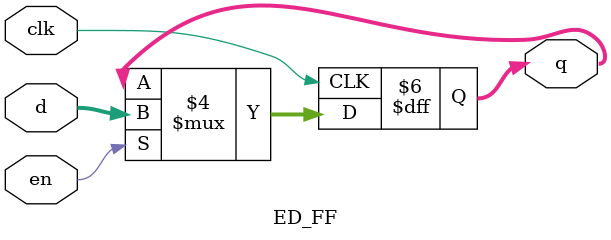
<source format=v>
module ED_FF#(parameter w = 16)(
 input clk, en,
 input [w-1:0] d,
 output reg[w-1:0]  q
 );
 always@(posedge clk) begin
   if(en == 1)
    q = d;
   else
    q = q;
   end
endmodule

</source>
